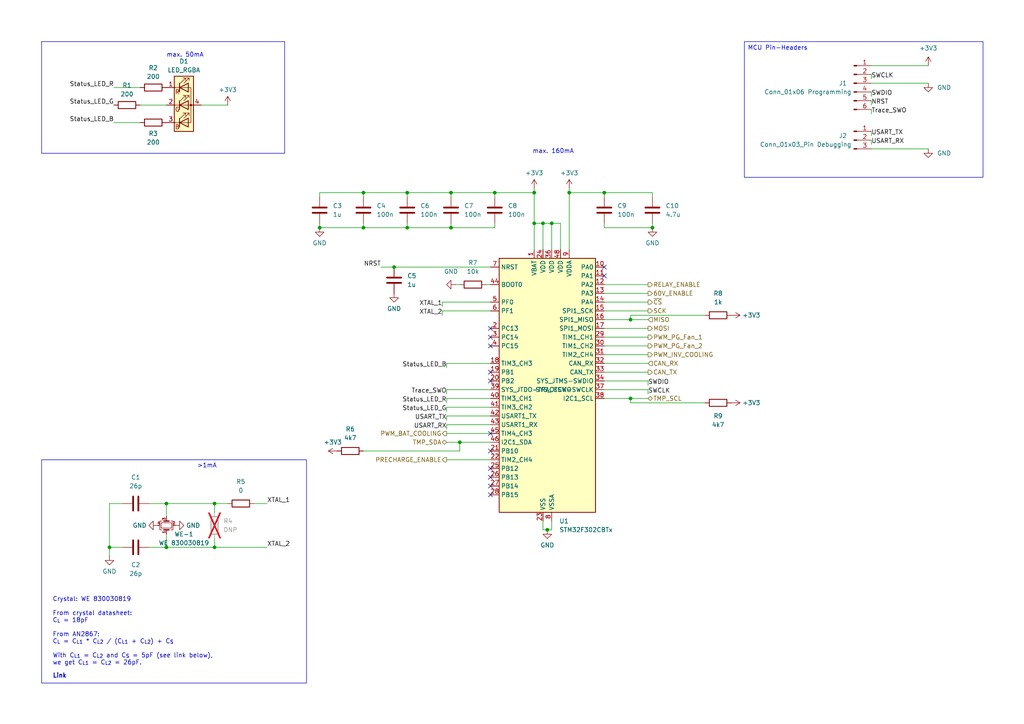
<source format=kicad_sch>
(kicad_sch (version 20231120) (generator "eeschema") (generator_version "8.0")
  (paper "A4")
  (lib_symbols
    (symbol "Connector:Conn_01x03_Pin" (pin_names (offset 1.016) hide)
      (property "Reference" "J" (at 0 5.08 0))
      (property "Value" "Conn_01x03_Pin" (at 0 -5.08 0))
      (symbol "Conn_01x03_Pin_1_1"
        (polyline (pts (xy 1.27 -2.54) (xy 0.8636 -2.54)) (stroke (width 0.1524)))
        (polyline (pts (xy 1.27 0) (xy 0.8636 0)) (stroke (width 0.1524)))
        (polyline (pts (xy 1.27 2.54) (xy 0.8636 2.54)) (stroke (width 0.1524)))
        (rectangle (start 0.8636 -2.413) (end 0 -2.667) (stroke (width 0.1524)) (fill (type outline)))
        (rectangle (start 0.8636 0.127) (end 0 -0.127) (stroke (width 0.1524)) (fill (type outline)))
        (rectangle (start 0.8636 2.667) (end 0 2.413) (stroke (width 0.1524)) (fill (type outline)))
        (pin passive line (at 5.08 2.54 180) (length 3.81) (name "Pin_1") (number "1"))
        (pin passive line (at 5.08 0 180) (length 3.81) (name "Pin_2") (number "2"))
        (pin passive line (at 5.08 -2.54 180) (length 3.81) (name "Pin_3") (number "3"))
      )
    )
    (symbol "Connector:Conn_01x06_Pin" (pin_names (offset 1.016) hide)
      (property "Reference" "J" (at 0 7.62 0))
      (property "Value" "Conn_01x06_Pin" (at 0 -10.16 0))
      (symbol "Conn_01x06_Pin_1_1"
        (polyline (pts (xy 1.27 -7.62) (xy 0.8636 -7.62)) (stroke (width 0.1524)))
        (polyline (pts (xy 1.27 -5.08) (xy 0.8636 -5.08)) (stroke (width 0.1524)))
        (polyline (pts (xy 1.27 -2.54) (xy 0.8636 -2.54)) (stroke (width 0.1524)))
        (polyline (pts (xy 1.27 0) (xy 0.8636 0)) (stroke (width 0.1524)))
        (polyline (pts (xy 1.27 2.54) (xy 0.8636 2.54)) (stroke (width 0.1524)))
        (polyline (pts (xy 1.27 5.08) (xy 0.8636 5.08)) (stroke (width 0.1524)))
        (rectangle (start 0.8636 -7.493) (end 0 -7.747) (stroke (width 0.1524)) (fill (type outline)))
        (rectangle (start 0.8636 -4.953) (end 0 -5.207) (stroke (width 0.1524)) (fill (type outline)))
        (rectangle (start 0.8636 -2.413) (end 0 -2.667) (stroke (width 0.1524)) (fill (type outline)))
        (rectangle (start 0.8636 0.127) (end 0 -0.127) (stroke (width 0.1524)) (fill (type outline)))
        (rectangle (start 0.8636 2.667) (end 0 2.413) (stroke (width 0.1524)) (fill (type outline)))
        (rectangle (start 0.8636 5.207) (end 0 4.953) (stroke (width 0.1524)) (fill (type outline)))
        (pin passive line (at 5.08 5.08 180) (length 3.81) (name "Pin_1") (number "1"))
        (pin passive line (at 5.08 2.54 180) (length 3.81) (name "Pin_2") (number "2"))
        (pin passive line (at 5.08 0 180) (length 3.81) (name "Pin_3") (number "3"))
        (pin passive line (at 5.08 -2.54 180) (length 3.81) (name "Pin_4") (number "4"))
        (pin passive line (at 5.08 -5.08 180) (length 3.81) (name "Pin_5") (number "5"))
        (pin passive line (at 5.08 -7.62 180) (length 3.81) (name "Pin_6") (number "6"))
      )
    )
    (symbol "Device:C" (pin_numbers hide) (pin_names (offset 0.254))
      (property "Reference" "C" (at 0.635 2.54 0))
      (property "Value" "C" (at 0.635 -2.54 0))
      (symbol "C_0_1"
        (polyline (pts (xy -2.032 -0.762) (xy 2.032 -0.762)) (stroke (width 0.508)))
        (polyline (pts (xy -2.032 0.762) (xy 2.032 0.762)) (stroke (width 0.508)))
      )
      (symbol "C_1_1"
        (pin passive line (at 0 3.81 270) (length 2.794) (name "~") (number "1"))
        (pin passive line (at 0 -3.81 90) (length 2.794) (name "~") (number "2"))
      )
    )
    (symbol "Device:Crystal_GND24_Small" (pin_names (offset 1.016) hide)
      (property "Reference" "Y" (at 1.27 4.445 0))
      (property "Value" "Crystal_GND24_Small" (at 1.27 2.54 0))
      (symbol "Crystal_GND24_Small_0_1"
        (rectangle (start -0.762 -1.524) (end 0.762 1.524))
        (polyline (pts (xy -1.27 -0.762) (xy -1.27 0.762)) (stroke (width 0.381)))
        (polyline (pts (xy 1.27 -0.762) (xy 1.27 0.762)) (stroke (width 0.381)))
        (polyline (pts (xy -1.27 -1.27) (xy -1.27 -1.905) (xy 1.27 -1.905) (xy 1.27 -1.27)))
        (polyline (pts (xy -1.27 1.27) (xy -1.27 1.905) (xy 1.27 1.905) (xy 1.27 1.27)))
      )
      (symbol "Crystal_GND24_Small_1_1"
        (pin passive line (at -2.54 0 0) (length 1.27) (name "1") (number "1"))
        (pin passive line (at 0 -2.54 90) (length 0.635) (name "2") (number "2"))
        (pin passive line (at 2.54 0 180) (length 1.27) (name "3") (number "3"))
        (pin passive line (at 0 2.54 270) (length 0.635) (name "4") (number "4"))
      )
    )
    (symbol "Device:LED_RGBA" (pin_names (offset 0) hide)
      (property "Reference" "D" (at 0 9.398 0))
      (property "Value" "LED_RGBA" (at 0 -8.89 0))
      (symbol "LED_RGBA_0_0"
        (text "B" (at -1.905 -6.35 0) (effects (font (size 1.27 1.27))))
        (text "G" (at -1.905 -1.27 0) (effects (font (size 1.27 1.27))))
        (text "R" (at -1.905 3.81 0) (effects (font (size 1.27 1.27))))
      )
      (symbol "LED_RGBA_0_1"
        (polyline (pts (xy -1.27 -5.08) (xy -2.54 -5.08)))
        (polyline (pts (xy -1.27 -5.08) (xy 1.27 -5.08)))
        (polyline (pts (xy -1.27 -3.81) (xy -1.27 -6.35)) (stroke (width 0.254)))
        (polyline (pts (xy -1.27 0) (xy -2.54 0)))
        (polyline (pts (xy -1.27 1.27) (xy -1.27 -1.27)) (stroke (width 0.254)))
        (polyline (pts (xy -1.27 5.08) (xy -2.54 5.08)))
        (polyline (pts (xy -1.27 5.08) (xy 1.27 5.08)))
        (polyline (pts (xy -1.27 6.35) (xy -1.27 3.81)) (stroke (width 0.254)))
        (polyline (pts (xy 1.27 0) (xy -1.27 0)))
        (polyline (pts (xy 1.27 0) (xy 2.54 0)))
        (polyline (pts (xy -1.27 1.27) (xy -1.27 -1.27) (xy -1.27 -1.27)))
        (polyline (pts (xy -1.27 6.35) (xy -1.27 3.81) (xy -1.27 3.81)))
        (polyline (pts (xy 1.27 -5.08) (xy 2.032 -5.08) (xy 2.032 5.08) (xy 1.27 5.08)))
        (polyline (pts (xy 1.27 -3.81) (xy 1.27 -6.35) (xy -1.27 -5.08) (xy 1.27 -3.81)) (stroke (width 0.254)))
        (polyline (pts (xy 1.27 1.27) (xy 1.27 -1.27) (xy -1.27 0) (xy 1.27 1.27)) (stroke (width 0.254)))
        (polyline (pts (xy 1.27 6.35) (xy 1.27 3.81) (xy -1.27 5.08) (xy 1.27 6.35)) (stroke (width 0.254)))
        (polyline (pts (xy -1.016 -3.81) (xy 0.508 -2.286) (xy -0.254 -2.286) (xy 0.508 -2.286) (xy 0.508 -3.048)))
        (polyline (pts (xy -1.016 1.27) (xy 0.508 2.794) (xy -0.254 2.794) (xy 0.508 2.794) (xy 0.508 2.032)))
        (polyline (pts (xy -1.016 6.35) (xy 0.508 7.874) (xy -0.254 7.874) (xy 0.508 7.874) (xy 0.508 7.112)))
        (polyline (pts (xy 0 -3.81) (xy 1.524 -2.286) (xy 0.762 -2.286) (xy 1.524 -2.286) (xy 1.524 -3.048)))
        (polyline (pts (xy 0 1.27) (xy 1.524 2.794) (xy 0.762 2.794) (xy 1.524 2.794) (xy 1.524 2.032)))
        (polyline (pts (xy 0 6.35) (xy 1.524 7.874) (xy 0.762 7.874) (xy 1.524 7.874) (xy 1.524 7.112)))
        (rectangle (start 1.27 -1.27) (end 1.27 1.27))
        (rectangle (start 1.27 1.27) (end 1.27 1.27))
        (rectangle (start 1.27 3.81) (end 1.27 6.35))
        (rectangle (start 1.27 6.35) (end 1.27 6.35))
        (circle (center 2.032 0) (radius 0.254) (fill (type outline)))
        (rectangle (start 2.794 8.382) (end -2.794 -7.62) (stroke (width 0.254)) (fill (type background)))
      )
      (symbol "LED_RGBA_1_1"
        (pin passive line (at -5.08 5.08 0) (length 2.54) (name "RK") (number "1"))
        (pin passive line (at -5.08 0 0) (length 2.54) (name "GK") (number "2"))
        (pin passive line (at -5.08 -5.08 0) (length 2.54) (name "BK") (number "3"))
        (pin passive line (at 5.08 0 180) (length 2.54) (name "A") (number "4"))
      )
    )
    (symbol "Device:R" (pin_numbers hide) (pin_names (offset 0))
      (property "Reference" "R" (at 2.032 0 90))
      (property "Value" "R" (at 0 0 90))
      (symbol "R_0_1"
        (rectangle (start -1.016 -2.54) (end 1.016 2.54) (stroke (width 0.254)))
      )
      (symbol "R_1_1"
        (pin passive line (at 0 3.81 270) (length 1.27) (name "~") (number "1"))
        (pin passive line (at 0 -3.81 90) (length 1.27) (name "~") (number "2"))
      )
    )
    (symbol "STM32F302CBTx_1"
      (property "Reference" "U" (at -12.7 39.37 0))
      (property "Value" "STM32F302CBTx" (at 10.16 39.37 0))
      (symbol "STM32F302CBTx_1_0_1"
        (rectangle (start -12.7 -35.56) (end 15.24 38.1) (stroke (width 0.254)) (fill (type background)))
      )
      (symbol "STM32F302CBTx_1_1_1"
        (pin power_in line (at -2.54 40.64 270) (length 2.54) (name "VBAT") (number "1"))
        (pin bidirectional line (at 17.78 35.56 180) (length 2.54) (name "PA0") (number "10") (alternate "" input line))
        (pin bidirectional line (at 17.78 33.02 180) (length 2.54) (name "PA1") (number "11"))
        (pin bidirectional line (at 17.78 30.48 180) (length 2.54) (name "PA2") (number "12") (alternate "" input line) (alternate "" input line))
        (pin bidirectional line (at 17.78 27.94 180) (length 2.54) (name "PA3") (number "13") (alternate "" input line) (alternate "" input line) (alternate "TIM2_CH4" bidirectional line))
        (pin bidirectional line (at 17.78 25.4 180) (length 2.54) (name "PA4") (number "14") (alternate "" input line) (alternate "" input line) (alternate "TIM3_CH2" bidirectional line))
        (pin bidirectional line (at 17.78 22.86 180) (length 2.54) (name "PA5") (number "15") (alternate "SPI1_SCK" bidirectional line))
        (pin bidirectional line (at 17.78 20.32 180) (length 2.54) (name "PA6") (number "16") (alternate "SPI1_MISO" bidirectional line) (alternate "TIM3_CH1" bidirectional line))
        (pin bidirectional line (at 17.78 17.78 180) (length 2.54) (name "PA7") (number "17") (alternate "SPI1_MOSI" bidirectional line) (alternate "TIM3_CH2" bidirectional line))
        (pin bidirectional line (at -15.24 7.62 0) (length 2.54) (name "PB0") (number "18") (alternate "" input line) (alternate "TIM3_CH3" bidirectional line))
        (pin bidirectional line (at -15.24 5.08 0) (length 2.54) (name "PB1") (number "19") (alternate "" input line) (alternate "" input line))
        (pin bidirectional line (at -15.24 17.78 0) (length 2.54) (name "PC13") (number "2"))
        (pin bidirectional line (at -15.24 2.54 0) (length 2.54) (name "PB2") (number "20"))
        (pin bidirectional line (at -15.24 -17.78 0) (length 2.54) (name "PB10") (number "21"))
        (pin bidirectional line (at -15.24 -20.32 0) (length 2.54) (name "PB11") (number "22") (alternate "TIM2_CH4" bidirectional line))
        (pin power_in line (at 0 -38.1 90) (length 2.54) (name "VSS") (number "23"))
        (pin power_in line (at 0 40.64 270) (length 2.54) (name "VDD") (number "24"))
        (pin bidirectional line (at -15.24 -22.86 0) (length 2.54) (name "PB12") (number "25"))
        (pin bidirectional line (at -15.24 -25.4 0) (length 2.54) (name "PB13") (number "26"))
        (pin bidirectional line (at -15.24 -27.94 0) (length 2.54) (name "PB14") (number "27"))
        (pin bidirectional line (at -15.24 -30.48 0) (length 2.54) (name "PB15") (number "28") (alternate "" input line) (alternate "" input line))
        (pin bidirectional line (at 17.78 15.24 180) (length 2.54) (name "PA8") (number "29") (alternate "TIM1_CH1" bidirectional line))
        (pin bidirectional line (at -15.24 15.24 0) (length 2.54) (name "PC14") (number "3"))
        (pin bidirectional line (at 17.78 12.7 180) (length 2.54) (name "PA9") (number "30") (alternate "TIM1_CH2" bidirectional line) (alternate "USART1_TX" bidirectional line))
        (pin bidirectional line (at 17.78 10.16 180) (length 2.54) (name "PA10") (number "31") (alternate "TIM2_CH4" bidirectional line) (alternate "USART1_RX" bidirectional line))
        (pin bidirectional line (at 17.78 7.62 180) (length 2.54) (name "PA11") (number "32") (alternate "CAN_RX" bidirectional line))
        (pin bidirectional line (at 17.78 5.08 180) (length 2.54) (name "PA12") (number "33") (alternate "CAN_TX" bidirectional line))
        (pin bidirectional line (at 17.78 2.54 180) (length 2.54) (name "PA13") (number "34") (alternate "SYS_JTMS-SWDIO" bidirectional line) (alternate "TIM4_CH3" bidirectional line))
        (pin passive line (at 0 -38.1 90) (length 2.54) hide (name "VSS") (number "35"))
        (pin power_in line (at 2.54 40.64 270) (length 2.54) (name "VDD") (number "36"))
        (pin bidirectional line (at 17.78 0 180) (length 2.54) (name "PA14") (number "37") (alternate "I2C1_SDA" bidirectional line) (alternate "SYS_JTCK-SWCLK" bidirectional line))
        (pin bidirectional line (at 17.78 -2.54 180) (length 2.54) (name "PA15") (number "38") (alternate "I2C1_SCL" bidirectional line))
        (pin bidirectional line (at -15.24 0 0) (length 2.54) (name "PB3") (number "39") (alternate "SPI1_SCK" bidirectional line) (alternate "SYS_JTDO-TRACESWO" bidirectional line))
        (pin bidirectional line (at -15.24 12.7 0) (length 2.54) (name "PC15") (number "4"))
        (pin bidirectional line (at -15.24 -2.54 0) (length 2.54) (name "PB4") (number "40") (alternate "SPI1_MISO" bidirectional line) (alternate "TIM3_CH1" bidirectional line))
        (pin bidirectional line (at -15.24 -5.08 0) (length 2.54) (name "PB5") (number "41") (alternate "SPI1_MOSI" bidirectional line) (alternate "TIM3_CH2" bidirectional line))
        (pin bidirectional line (at -15.24 -7.62 0) (length 2.54) (name "PB6") (number "42") (alternate "I2C1_SCL" bidirectional line) (alternate "USART1_TX" bidirectional line))
        (pin bidirectional line (at -15.24 -10.16 0) (length 2.54) (name "PB7") (number "43") (alternate "I2C1_SDA" bidirectional line) (alternate "USART1_RX" bidirectional line))
        (pin input line (at -15.24 30.48 0) (length 2.54) (name "BOOT0") (number "44"))
        (pin bidirectional line (at -15.24 -12.7 0) (length 2.54) (name "PB8") (number "45") (alternate "CAN_RX" bidirectional line) (alternate "I2C1_SCL" bidirectional line) (alternate "TIM4_CH3" bidirectional line))
        (pin bidirectional line (at -15.24 -15.24 0) (length 2.54) (name "PB9") (number "46") (alternate "CAN_TX" bidirectional line) (alternate "I2C1_SDA" bidirectional line))
        (pin passive line (at 0 -38.1 90) (length 2.54) hide (name "VSS") (number "47"))
        (pin power_in line (at 5.08 40.64 270) (length 2.54) (name "VDD") (number "48"))
        (pin bidirectional line (at -15.24 25.4 0) (length 2.54) (name "PF0") (number "5"))
        (pin bidirectional line (at -15.24 22.86 0) (length 2.54) (name "PF1") (number "6"))
        (pin input line (at -15.24 35.56 0) (length 2.54) (name "NRST") (number "7"))
        (pin power_in line (at 2.54 -38.1 90) (length 2.54) (name "VSSA") (number "8"))
        (pin power_in line (at 7.62 40.64 270) (length 2.54) (name "VDDA") (number "9"))
      )
    )
    (symbol "power:+3V3" (power) (pin_numbers hide) (pin_names (offset 0) hide)
      (property "Value" "+3V3" (at 0 3.556 0))
      (symbol "+3V3_0_1"
        (polyline (pts (xy -0.762 1.27) (xy 0 2.54)))
        (polyline (pts (xy 0 0) (xy 0 2.54)))
        (polyline (pts (xy 0 2.54) (xy 0.762 1.27)))
      )
      (symbol "+3V3_1_1"
        (pin power_in line (at 0 0 90) (length 0) (name "~") (number "1"))
      )
    )
    (symbol "power:GND" (power) (pin_numbers hide) (pin_names (offset 0) hide)
      (property "Value" "GND" (at 0 -3.81 0))
      (symbol "GND_0_1"
        (polyline (pts (xy 0 0) (xy 0 -1.27) (xy 1.27 -1.27) (xy 0 -2.54) (xy -1.27 -1.27) (xy 0 -1.27)))
      )
      (symbol "GND_1_1"
        (pin power_in line (at 0 0 270) (length 0) (name "~") (number "1"))
      )
    )
  )
  (junction (at 154.94 64.77))
  (junction (at 143.51 55.88))
  (junction (at 157.48 64.77))
  (junction (at 189.23 66.04))
  (junction (at 182.88 115.57))
  (junction (at 62.23 158.75))
  (junction (at 130.81 66.04))
  (junction (at 114.3 77.47))
  (junction (at 48.26 158.75))
  (junction (at 158.75 153.67))
  (junction (at 48.26 146.05))
  (junction (at 105.41 66.04))
  (junction (at 92.71 66.04))
  (junction (at 182.88 92.71))
  (junction (at 165.1 55.88))
  (junction (at 175.26 55.88))
  (junction (at 118.11 66.04))
  (junction (at 62.23 146.05))
  (junction (at 105.41 55.88))
  (junction (at 133.35 128.27))
  (junction (at 130.81 55.88))
  (junction (at 118.11 55.88))
  (junction (at 31.75 158.75))
  (junction (at 154.94 55.88))
  (junction (at 160.02 64.77))
  (no_connect (at 142.24 100.33))
  (no_connect (at 175.26 80.01))
  (no_connect (at 142.24 97.79))
  (no_connect (at 142.24 107.95))
  (no_connect (at 175.26 77.47))
  (no_connect (at 142.24 138.43))
  (no_connect (at 142.24 135.89))
  (no_connect (at 142.24 125.73))
  (no_connect (at 142.24 143.51))
  (no_connect (at 142.24 130.81))
  (no_connect (at 142.24 95.25))
  (no_connect (at 142.24 140.97))
  (no_connect (at 142.24 110.49))
  (wire (pts (xy 154.94 54.61) (xy 154.94 55.88)))
  (wire (pts (xy 129.54 118.11) (xy 129.54 119.38)))
  (wire (pts (xy 252.73 30.48) (xy 252.73 29.21)))
  (wire (pts (xy 154.94 55.88) (xy 154.94 64.77)))
  (wire (pts (xy 92.71 55.88) (xy 92.71 57.15)))
  (wire (pts (xy 128.27 87.63) (xy 128.27 88.9)))
  (wire (pts (xy 48.26 146.05) (xy 62.23 146.05)))
  (wire (pts (xy 252.73 22.86) (xy 252.73 21.59)))
  (wire (pts (xy 129.54 106.68) (xy 129.54 105.41)))
  (wire (pts (xy 43.18 158.75) (xy 48.26 158.75)))
  (wire (pts (xy 130.81 55.88) (xy 130.81 57.15)))
  (wire (pts (xy 187.96 87.63) (xy 175.26 87.63)))
  (wire (pts (xy 182.88 92.71) (xy 187.96 92.71)))
  (wire (pts (xy 58.42 30.48) (xy 66.04 30.48)))
  (wire (pts (xy 182.88 115.57) (xy 187.96 115.57)))
  (wire (pts (xy 175.26 64.77) (xy 175.26 66.04)))
  (wire (pts (xy 140.97 82.55) (xy 142.24 82.55)))
  (polyline (pts (xy 12.065 12.065) (xy 12.065 44.45)))
  (wire (pts (xy 158.75 153.67) (xy 160.02 153.67)))
  (wire (pts (xy 154.94 72.39) (xy 154.94 64.77)))
  (wire (pts (xy 182.88 115.57) (xy 182.88 116.84)))
  (wire (pts (xy 92.71 66.04) (xy 92.71 64.77)))
  (wire (pts (xy 175.26 85.09) (xy 187.96 85.09)))
  (wire (pts (xy 160.02 64.77) (xy 160.02 72.39)))
  (wire (pts (xy 129.54 105.41) (xy 142.24 105.41)))
  (wire (pts (xy 128.27 90.17) (xy 142.24 90.17)))
  (wire (pts (xy 118.11 55.88) (xy 118.11 57.15)))
  (wire (pts (xy 252.73 39.37) (xy 252.73 38.1)))
  (wire (pts (xy 31.75 146.05) (xy 35.56 146.05)))
  (wire (pts (xy 129.54 121.92) (xy 129.54 120.65)))
  (wire (pts (xy 129.54 120.65) (xy 142.24 120.65)))
  (wire (pts (xy 31.75 161.29) (xy 31.75 158.75)))
  (wire (pts (xy 73.66 146.05) (xy 77.47 146.05)))
  (wire (pts (xy 129.54 115.57) (xy 142.24 115.57)))
  (wire (pts (xy 110.49 77.47) (xy 114.3 77.47)))
  (wire (pts (xy 175.26 105.41) (xy 187.96 105.41)))
  (wire (pts (xy 105.41 66.04) (xy 92.71 66.04)))
  (polyline (pts (xy 12.065 44.45) (xy 82.55 44.45)))
  (wire (pts (xy 129.54 133.35) (xy 142.24 133.35)))
  (polyline (pts (xy 82.55 44.45) (xy 82.55 12.065)))
  (wire (pts (xy 133.35 128.27) (xy 142.24 128.27)))
  (wire (pts (xy 128.27 90.17) (xy 128.27 91.44)))
  (wire (pts (xy 252.73 33.02) (xy 252.73 31.75)))
  (wire (pts (xy 130.81 64.77) (xy 130.81 66.04)))
  (wire (pts (xy 175.26 100.33) (xy 187.96 100.33)))
  (wire (pts (xy 187.96 90.17) (xy 175.26 90.17)))
  (wire (pts (xy 118.11 55.88) (xy 105.41 55.88)))
  (wire (pts (xy 182.88 116.84) (xy 204.47 116.84)))
  (wire (pts (xy 157.48 153.67) (xy 158.75 153.67)))
  (wire (pts (xy 118.11 66.04) (xy 130.81 66.04)))
  (wire (pts (xy 175.26 97.79) (xy 187.96 97.79)))
  (wire (pts (xy 105.41 130.81) (xy 133.35 130.81)))
  (wire (pts (xy 129.54 124.46) (xy 129.54 123.19)))
  (wire (pts (xy 182.88 91.44) (xy 182.88 92.71)))
  (wire (pts (xy 269.24 43.18) (xy 252.73 43.18)))
  (wire (pts (xy 187.96 111.76) (xy 187.96 110.49)))
  (wire (pts (xy 143.51 55.88) (xy 154.94 55.88)))
  (wire (pts (xy 48.26 146.05) (xy 48.26 149.86)))
  (wire (pts (xy 252.73 27.94) (xy 252.73 26.67)))
  (wire (pts (xy 31.75 158.75) (xy 31.75 146.05)))
  (wire (pts (xy 133.35 130.81) (xy 133.35 128.27)))
  (wire (pts (xy 33.02 35.56) (xy 40.64 35.56)))
  (wire (pts (xy 62.23 156.21) (xy 62.23 158.75)))
  (wire (pts (xy 175.26 55.88) (xy 175.26 57.15)))
  (wire (pts (xy 175.26 115.57) (xy 182.88 115.57)))
  (wire (pts (xy 165.1 55.88) (xy 165.1 72.39)))
  (wire (pts (xy 62.23 158.75) (xy 77.47 158.75)))
  (wire (pts (xy 160.02 153.67) (xy 160.02 151.13)))
  (wire (pts (xy 128.27 87.63) (xy 142.24 87.63)))
  (wire (pts (xy 175.26 55.88) (xy 189.23 55.88)))
  (wire (pts (xy 143.51 55.88) (xy 143.51 57.15)))
  (wire (pts (xy 40.64 30.48) (xy 48.26 30.48)))
  (wire (pts (xy 143.51 55.88) (xy 130.81 55.88)))
  (polyline (pts (xy 12.065 12.065) (xy 82.55 12.065)))
  (wire (pts (xy 187.96 114.3) (xy 187.96 113.03)))
  (wire (pts (xy 154.94 64.77) (xy 157.48 64.77)))
  (wire (pts (xy 105.41 55.88) (xy 105.41 57.15)))
  (wire (pts (xy 157.48 151.13) (xy 157.48 153.67)))
  (wire (pts (xy 118.11 64.77) (xy 118.11 66.04)))
  (wire (pts (xy 129.54 113.03) (xy 142.24 113.03)))
  (wire (pts (xy 187.96 113.03) (xy 175.26 113.03)))
  (wire (pts (xy 162.56 72.39) (xy 162.56 64.77)))
  (wire (pts (xy 175.26 92.71) (xy 182.88 92.71)))
  (wire (pts (xy 129.54 118.11) (xy 142.24 118.11)))
  (wire (pts (xy 129.54 115.57) (xy 129.54 116.84)))
  (wire (pts (xy 252.73 19.05) (xy 269.24 19.05)))
  (wire (pts (xy 129.54 113.03) (xy 129.54 114.3)))
  (wire (pts (xy 160.02 64.77) (xy 162.56 64.77)))
  (wire (pts (xy 157.48 72.39) (xy 157.48 64.77)))
  (wire (pts (xy 165.1 55.88) (xy 165.1 54.61)))
  (wire (pts (xy 252.73 41.91) (xy 252.73 40.64)))
  (wire (pts (xy 165.1 55.88) (xy 175.26 55.88)))
  (wire (pts (xy 62.23 146.05) (xy 66.04 146.05)))
  (wire (pts (xy 132.08 82.55) (xy 133.35 82.55)))
  (wire (pts (xy 129.54 123.19) (xy 142.24 123.19)))
  (wire (pts (xy 118.11 66.04) (xy 105.41 66.04)))
  (wire (pts (xy 252.73 24.13) (xy 269.24 24.13)))
  (wire (pts (xy 130.81 66.04) (xy 143.51 66.04)))
  (wire (pts (xy 105.41 55.88) (xy 92.71 55.88)))
  (wire (pts (xy 189.23 64.77) (xy 189.23 66.04)))
  (wire (pts (xy 129.54 128.27) (xy 133.35 128.27)))
  (wire (pts (xy 114.3 77.47) (xy 142.24 77.47)))
  (wire (pts (xy 175.26 66.04) (xy 189.23 66.04)))
  (wire (pts (xy 43.18 146.05) (xy 48.26 146.05)))
  (wire (pts (xy 187.96 110.49) (xy 175.26 110.49)))
  (wire (pts (xy 175.26 82.55) (xy 187.96 82.55)))
  (wire (pts (xy 129.54 125.73) (xy 142.24 125.73)))
  (wire (pts (xy 105.41 64.77) (xy 105.41 66.04)))
  (wire (pts (xy 33.02 25.4) (xy 40.64 25.4)))
  (wire (pts (xy 182.88 91.44) (xy 204.47 91.44)))
  (wire (pts (xy 31.75 158.75) (xy 35.56 158.75)))
  (wire (pts (xy 189.23 57.15) (xy 189.23 55.88)))
  (wire (pts (xy 48.26 158.75) (xy 62.23 158.75)))
  (wire (pts (xy 187.96 95.25) (xy 175.26 95.25)))
  (wire (pts (xy 48.26 154.94) (xy 48.26 158.75)))
  (wire (pts (xy 175.26 107.95) (xy 187.96 107.95)))
  (wire (pts (xy 130.81 55.88) (xy 118.11 55.88)))
  (wire (pts (xy 143.51 66.04) (xy 143.51 64.77)))
  (wire (pts (xy 175.26 102.87) (xy 187.96 102.87)))
  (wire (pts (xy 157.48 64.77) (xy 160.02 64.77)))
  (wire (pts (xy 62.23 146.05) (xy 62.23 148.59)))
  (rectangle (start 12.065 133.35) (end 88.9 198.12))
  (text_box "MCU Pin-Headers" (at 215.9 12.065 0) (size 69.215 39.37) (effects (font (size 1.27 1.27)) (justify left top)))
  (text ">1mA" (at 57.15 135.89 0) (effects (font (size 1.27 1.27)) (justify left bottom)))
  (text "Link" (at 15.24 196.85 0) (effects (font (size 1.27 1.27) (bold yes)) (justify left bottom)))
  (text "max. 160mA" (at 154.432 44.704 0) (effects (font (size 1.27 1.27)) (justify left bottom)))
  (text "Crystal: WE 830030819\n\nFrom crystal datasheet:\nC_{L} = 18pF\n\nFrom AN2867:\nC_{L} = C_{L1} * C_{L2} / (C_{L1} + C_{L2}) + C_{S}\n\nWith C_{L1} = C_{L2} and C_{S} = 5pF (see link below),\nwe get C_{L1} = C_{L2} = 26pF." (at 15.24 193.04 0) (effects (font (size 1.27 1.27)) (justify left bottom)))
  (text "max. 50mA" (at 48.26 16.764 0) (effects (font (size 1.27 1.27)) (justify left bottom)))
  (label "USART_TX" (at 129.54 121.92 180))
  (label "NRST" (at 252.73 30.48 0))
  (label "XTAL_1" (at 128.27 88.9 180))
  (label "Status_LED_G" (at 33.02 30.48 180))
  (label "Status_LED_R" (at 33.02 25.4 180))
  (label "NRST" (at 110.49 77.47 180))
  (label "Status_LED_R" (at 129.54 116.84 180))
  (label "SWCLK" (at 187.96 114.3 0))
  (label "SWDIO" (at 187.96 111.76 0))
  (label "Trace_SWO" (at 129.54 114.3 180))
  (label "USART_RX" (at 129.54 124.46 180))
  (label "USART_TX" (at 252.73 39.37 0))
  (label "Trace_SWO" (at 252.73 33.02 0))
  (label "SWDIO" (at 252.73 27.94 0))
  (label "XTAL_1" (at 77.47 146.05 0))
  (label "XTAL_2" (at 77.47 158.75 0))
  (label "USART_RX" (at 252.73 41.91 0))
  (label "SWCLK" (at 252.73 22.86 0))
  (label "Status_LED_B" (at 129.54 106.68 180))
  (label "Status_LED_B" (at 33.02 35.56 180))
  (label "XTAL_2" (at 128.27 91.44 180))
  (label "Status_LED_G" (at 129.54 119.38 180))
  (hierarchical_label "MOSI" (shape output) (at 187.96 95.25 0))
  (hierarchical_label "PWM_PG_Fan_1" (shape output) (at 187.96 97.79 0))
  (hierarchical_label "SCK" (shape output) (at 187.96 90.17 0))
  (hierarchical_label "60V_ENABLE" (shape output) (at 187.96 85.09 0))
  (hierarchical_label "CAN_RX" (shape input) (at 187.96 105.41 0))
  (hierarchical_label "CAN_TX" (shape output) (at 187.96 107.95 0))
  (hierarchical_label "PWM_BAT_COOLING" (shape output) (at 129.54 125.73 180))
  (hierarchical_label "PWM_PG_Fan_2" (shape output) (at 187.96 100.33 0))
  (hierarchical_label "PRECHARGE_ENABLE" (shape output) (at 129.54 133.35 180))
  (hierarchical_label "MISO" (shape input) (at 187.96 92.71 0))
  (hierarchical_label "TMP_SDA" (shape bidirectional) (at 129.54 128.27 180))
  (hierarchical_label "RELAY_ENABLE" (shape output) (at 187.96 82.55 0))
  (hierarchical_label "PWM_INV_COOLING" (shape output) (at 187.96 102.87 0))
  (hierarchical_label "TMP_SCL" (shape bidirectional) (at 187.96 115.57 0))
  (hierarchical_label "~{CS}" (shape output) (at 187.96 87.63 0))
  (symbol (lib_id "power:GND") (at 132.08 82.55 270) (unit 1)
    (property "Reference" "#PWR08" (effects (hide yes)))
    (property "Value" "GND" (at 130.81 78.74 90))
    (property "Description" "Power symbol creates a global label with name \"GND\" , ground" (effects (hide yes)))
  )
  (symbol (lib_id "Device:R") (at 62.23 152.4 0) (unit 1) (dnp yes)
    (property "Reference" "R4" (at 64.77 151.13 0) (effects (justify left)))
    (property "Value" "DNP" (at 64.77 153.67 0) (effects (justify left)))
    (property "Footprint" "Resistor_SMD:R_0603_1608Metric" (effects (hide yes)))
    (property "Description" "Resistor" (effects (hide yes)))
    (instances (project "MVBMS_FT24" (path "" (reference "R4") (unit 1))) (project "Master_FT22" (path "" (reference "R1007") (unit 1))))
  )
  (symbol (lib_id "power:+3V3") (at 212.09 116.84 270) (unit 1)
    (property "Reference" "#PWR014" (effects (hide yes)))
    (property "Value" "+3V3" (at 215.265 116.8399 90) (effects (justify left)))
    (property "Description" "Power symbol creates a global label with name \"+3V3\"" (effects (hide yes)))
  )
  (symbol (lib_id "Device:C") (at 105.41 60.96 0) (unit 1)
    (property "Reference" "C4" (at 109.22 59.69 0) (effects (justify left)))
    (property "Value" "100n" (at 109.22 62.23 0) (effects (justify left)))
    (property "Footprint" "Capacitor_SMD:C_0603_1608Metric" (effects (hide yes)))
    (property "Description" "Unpolarized capacitor" (effects (hide yes)))
    (instances (project "MVBMS_FT24" (path "" (reference "C4") (unit 1))) (project "Master_FT22" (path "" (reference "C1005") (unit 1))))
  )
  (symbol (lib_id "Device:R") (at 208.28 91.44 270) (unit 1)
    (property "Reference" "R8" (at 208.28 85.09 90))
    (property "Value" "1k" (at 208.28 87.63 90))
    (property "Footprint" "Resistor_SMD:R_0603_1608Metric" (effects (hide yes)))
    (property "Description" "Resistor" (effects (hide yes)))
  )
  (symbol (lib_id "Device:R") (at 44.45 25.4 90) (unit 1)
    (property "Reference" "R2" (at 44.45 19.685 90))
    (property "Value" "200" (at 44.45 22.225 90))
    (property "Footprint" "Resistor_SMD:R_0603_1608Metric" (effects (hide yes)))
    (property "Description" "Resistor" (effects (hide yes)))
  )
  (symbol (lib_id "power:GND") (at 269.24 43.18 0) (mirror y) (unit 1)
    (property "Reference" "#PWR017" (effects (hide yes)))
    (property "Value" "GND" (at 271.78 44.45 0) (effects (justify right)))
    (property "Description" "Power symbol creates a global label with name \"GND\" , ground" (effects (hide yes)))
    (instances (project "MVBMS_FT24" (path "" (reference "#PWR017") (unit 1))) (project "Master_FT22" (path "" (reference "#PWR01006") (unit 1))))
  )
  (symbol (lib_id "power:GND") (at 50.8 152.4 90) (unit 1)
    (property "Reference" "#PWR03" (effects (hide yes)))
    (property "Value" "GND" (at 53.975 152.4 90) (effects (justify right)))
    (property "Description" "Power symbol creates a global label with name \"GND\" , ground" (effects (hide yes)))
  )
  (symbol (lib_id "power:+3V3") (at 165.1 54.61 0) (unit 1)
    (property "Reference" "#PWR011" (effects (hide yes)))
    (property "Value" "+3V3" (at 165.1 50.165 0))
    (property "Description" "Power symbol creates a global label with name \"+3V3\"" (effects (hide yes)))
  )
  (symbol (lib_id "Device:C") (at 39.37 146.05 90) (unit 1)
    (property "Reference" "C1" (at 39.37 138.43 90))
    (property "Value" "26p" (at 39.37 140.97 90))
    (property "Footprint" "Capacitor_SMD:C_0603_1608Metric" (effects (hide yes)))
    (property "Description" "Unpolarized capacitor" (effects (hide yes)))
    (instances (project "MVBMS_FT24" (path "" (reference "C1") (unit 1))) (project "Master_FT22" (path "" (reference "C1010") (unit 1))))
  )
  (symbol (lib_id "power:GND") (at 158.75 153.67 0) (unit 1)
    (property "Reference" "#PWR010" (effects (hide yes)))
    (property "Value" "GND" (at 158.75 158.115 0))
    (property "Description" "Power symbol creates a global label with name \"GND\" , ground" (effects (hide yes)))
  )
  (symbol (lib_id "power:+3V3") (at 66.04 30.48 0) (unit 1)
    (property "Reference" "#PWR04" (effects (hide yes)))
    (property "Value" "+3V3" (at 66.04 26.035 0))
    (property "Description" "Power symbol creates a global label with name \"+3V3\"" (effects (hide yes)))
  )
  (symbol (lib_id "Device:C") (at 92.71 60.96 0) (unit 1)
    (property "Reference" "C3" (at 96.52 59.69 0) (effects (justify left)))
    (property "Value" "1u" (at 96.52 62.23 0) (effects (justify left)))
    (property "Footprint" "Capacitor_SMD:C_0603_1608Metric" (effects (hide yes)))
    (property "Description" "Unpolarized capacitor" (effects (hide yes)))
    (instances (project "MVBMS_FT24" (path "" (reference "C3") (unit 1))) (project "Master_FT22" (path "" (reference "C1004") (unit 1))))
  )
  (symbol (lib_id "power:+3V3") (at 97.79 130.81 90) (mirror x) (unit 1)
    (property "Reference" "#PWR06" (effects (hide yes)))
    (property "Value" "+3V3" (at 96.52 128.27 90))
    (property "Description" "Power symbol creates a global label with name \"+3V3\"" (effects (hide yes)))
  )
  (symbol (lib_id "Device:R") (at 137.16 82.55 270) (unit 1)
    (property "Reference" "R7" (at 137.16 76.2 90))
    (property "Value" "10k" (at 137.16 78.74 90))
    (property "Footprint" "Resistor_SMD:R_0603_1608Metric" (effects (hide yes)))
    (property "Description" "Resistor" (effects (hide yes)))
    (instances (project "MVBMS_FT24" (path "" (reference "R7") (unit 1))) (project "Master_FT22" (path "" (reference "R1011") (unit 1))))
  )
  (symbol (lib_id "power:GND") (at 269.24 24.13 0) (unit 1)
    (property "Reference" "#PWR016" (effects (hide yes)))
    (property "Value" "GND" (at 271.78 25.4 0) (effects (justify left)))
    (property "Description" "Power symbol creates a global label with name \"GND\" , ground" (effects (hide yes)))
  )
  (symbol (lib_id "power:GND") (at 31.75 161.29 0) (unit 1)
    (property "Reference" "#PWR01" (effects (hide yes)))
    (property "Value" "GND" (at 31.75 165.735 0))
    (property "Description" "Power symbol creates a global label with name \"GND\" , ground" (effects (hide yes)))
  )
  (symbol (lib_id "power:+3V3") (at 154.94 54.61 0) (unit 1)
    (property "Reference" "#PWR09" (effects (hide yes)))
    (property "Value" "+3V3" (at 154.94 50.165 0))
    (property "Description" "Power symbol creates a global label with name \"+3V3\"" (effects (hide yes)))
  )
  (symbol (lib_id "Device:C") (at 39.37 158.75 90) (unit 1)
    (property "Reference" "C2" (at 39.37 163.83 90))
    (property "Value" "26p" (at 39.37 166.37 90))
    (property "Footprint" "Capacitor_SMD:C_0603_1608Metric" (effects (hide yes)))
    (property "Description" "Unpolarized capacitor" (effects (hide yes)))
    (instances (project "MVBMS_FT24" (path "" (reference "C2") (unit 1))) (project "Master_FT22" (path "" (reference "C1011") (unit 1))))
  )
  (symbol (lib_id "Device:LED_RGBA") (at 53.34 30.48 0) (unit 1)
    (property "Reference" "D1" (at 53.34 17.78 0))
    (property "Value" "LED_RGBA" (at 53.34 20.32 0))
    (property "Footprint" "LED_150080M153000:LED_150080M153000" (effects (hide yes)))
    (property "Description" "RGB LED, red/green/blue/anode" (effects (hide yes)))
  )
  (symbol (lib_id "Connector:Conn_01x06_Pin") (at 247.65 24.13 0) (unit 1)
    (property "Reference" "J1" (at 244.475 24.13 0))
    (property "Value" "Conn_01x06 Programming" (at 234.315 26.67 0))
    (property "Footprint" "Connector_PinHeader_2.54mm:PinHeader_1x06_P2.54mm_Vertical" (effects (hide yes)))
    (property "Description" "Generic connector, single row, 01x06, script generated" (effects (hide yes)))
  )
  (symbol (lib_id "power:GND") (at 114.3 85.09 0) (unit 1)
    (property "Reference" "#PWR07" (effects (hide yes)))
    (property "Value" "GND" (at 114.3 89.535 0))
    (property "Description" "Power symbol creates a global label with name \"GND\" , ground" (effects (hide yes)))
  )
  (symbol (lib_id "power:GND") (at 92.71 66.04 0) (unit 1)
    (property "Reference" "#PWR05" (effects (hide yes)))
    (property "Value" "GND" (at 92.71 70.485 0))
    (property "Description" "Power symbol creates a global label with name \"GND\" , ground" (effects (hide yes)))
  )
  (symbol (lib_id "Device:R") (at 208.28 116.84 270) (unit 1)
    (property "Reference" "R9" (at 208.28 120.65 90))
    (property "Value" "4k7" (at 208.28 123.19 90))
    (property "Footprint" "Resistor_SMD:R_0603_1608Metric" (effects (hide yes)))
    (property "Description" "Resistor" (effects (hide yes)))
  )
  (symbol (lib_id "Device:R") (at 44.45 35.56 90) (unit 1)
    (property "Reference" "R3" (at 44.45 38.735 90))
    (property "Value" "200" (at 44.45 41.275 90))
    (property "Footprint" "Resistor_SMD:R_0603_1608Metric" (effects (hide yes)))
    (property "Description" "Resistor" (effects (hide yes)))
  )
  (symbol (lib_id "Device:C") (at 189.23 60.96 0) (unit 1)
    (property "Reference" "C10" (at 193.04 59.69 0) (effects (justify left)))
    (property "Value" "4.7u" (at 193.04 62.23 0) (effects (justify left)))
    (property "Footprint" "Capacitor_SMD:C_0603_1608Metric" (effects (hide yes)))
    (property "Description" "Unpolarized capacitor" (effects (hide yes)))
    (instances (project "MVBMS_FT24" (path "" (reference "C10") (unit 1))) (project "Master_FT22" (path "" (reference "C1004") (unit 1))))
  )
  (symbol (lib_id "Device:C") (at 130.81 60.96 0) (unit 1)
    (property "Reference" "C7" (at 134.62 59.69 0) (effects (justify left)))
    (property "Value" "100n" (at 134.62 62.23 0) (effects (justify left)))
    (property "Footprint" "Capacitor_SMD:C_0603_1608Metric" (effects (hide yes)))
    (property "Description" "Unpolarized capacitor" (effects (hide yes)))
    (instances (project "MVBMS_FT24" (path "" (reference "C7") (unit 1))) (project "Master_FT22" (path "" (reference "C1007") (unit 1))))
  )
  (symbol (lib_id "Device:R") (at 36.83 30.48 90) (unit 1)
    (property "Reference" "R1" (at 36.83 24.765 90))
    (property "Value" "200" (at 36.83 27.305 90))
    (property "Footprint" "Resistor_SMD:R_0603_1608Metric" (effects (hide yes)))
    (property "Description" "Resistor" (effects (hide yes)))
  )
  (symbol (lib_id "Device:Crystal_GND24_Small") (at 48.26 152.4 90) (unit 1)
    (property "Reference" "WE-1" (at 53.34 154.94 90))
    (property "Value" "WE 830030819" (at 53.34 157.48 90))
    (property "Footprint" "Crystal:Crystal_SMD_5032-4Pin_5.0x3.2mm" (effects (hide yes)))
    (property "Description" "Four pin crystal, GND on pins 2 and 4, small symbol" (effects (hide yes)))
    (instances (project "MVBMS_FT24" (path "" (reference "WE-1") (unit 1))) (project "Master_FT22" (path "" (reference "CFPX-1001") (unit 1))))
  )
  (symbol (lib_id "power:GND") (at 189.23 66.04 0) (unit 1)
    (property "Reference" "#PWR012" (effects (hide yes)))
    (property "Value" "GND" (at 189.23 70.485 0))
    (property "Description" "Power symbol creates a global label with name \"GND\" , ground" (effects (hide yes)))
  )
  (symbol (lib_id "Device:C") (at 118.11 60.96 0) (unit 1)
    (property "Reference" "C6" (at 121.92 59.69 0) (effects (justify left)))
    (property "Value" "100n" (at 121.92 62.23 0) (effects (justify left)))
    (property "Footprint" "Capacitor_SMD:C_0603_1608Metric" (effects (hide yes)))
    (property "Description" "Unpolarized capacitor" (effects (hide yes)))
    (instances (project "MVBMS_FT24" (path "" (reference "C6") (unit 1))) (project "Master_FT22" (path "" (reference "C1006") (unit 1))))
  )
  (symbol (lib_id "Device:C") (at 114.3 81.28 0) (unit 1)
    (property "Reference" "C5" (at 118.11 80.01 0) (effects (justify left)))
    (property "Value" "1u" (at 118.11 82.55 0) (effects (justify left)))
    (property "Footprint" "Capacitor_SMD:C_0603_1608Metric" (effects (hide yes)))
    (property "Description" "Unpolarized capacitor" (effects (hide yes)))
    (instances (project "MVBMS_FT24" (path "" (reference "C5") (unit 1))) (project "Master_FT22" (path "" (reference "C1004") (unit 1))))
  )
  (symbol (lib_id "Device:R") (at 101.6 130.81 90) (mirror x) (unit 1)
    (property "Reference" "R6" (at 101.6 124.46 90))
    (property "Value" "4k7" (at 101.6 127 90))
    (property "Footprint" "Resistor_SMD:R_0603_1608Metric" (effects (hide yes)))
    (property "Description" "Resistor" (effects (hide yes)))
  )
  (symbol (lib_id "Connector:Conn_01x03_Pin") (at 247.65 40.64 0) (unit 1)
    (property "Reference" "J2" (at 244.475 39.37 0))
    (property "Value" "Conn_01x03_Pin Debugging" (at 233.68 41.91 0))
    (property "Footprint" "Connector_PinHeader_2.54mm:PinHeader_1x03_P2.54mm_Vertical" (effects (hide yes)))
    (property "Description" "Generic connector, single row, 01x03, script generated" (effects (hide yes)))
  )
  (symbol (lib_name "STM32F302CBTx_1") (lib_id "MCU_ST_STM32F3:STM32F302CBTx") (at 157.48 113.03 0) (unit 1)
    (property "Reference" "U1" (at 162.2141 151.13 0) (effects (justify left)))
    (property "Value" "STM32F302CBTx" (at 162.2141 153.67 0) (effects (justify left)))
    (property "Footprint" "Package_QFP:LQFP-48_7x7mm_P0.5mm" (effects (hide yes)))
    (property "Datasheet" "https://www.st.com/resource/en/datasheet/stm32f302cb.pdf" (effects (hide yes)))
    (property "Description" "STMicroelectronics Arm Cortex-M4 MCU, 128KB flash, 32KB RAM, 72 MHz, 2.0-3.6V, 37 GPIO, LQFP48" (effects (hide yes)))
    (pin "30" (alternate "TIM1_CH2"))
    (pin "33" (alternate "CAN_TX"))
    (pin "32" (alternate "CAN_RX"))
    (pin "41" (alternate "TIM3_CH2"))
    (pin "38" (alternate "I2C1_SCL"))
    (pin "37" (alternate "SYS_JTCK-SWCLK"))
    (pin "17" (alternate "SPI1_MOSI"))
    (pin "43" (alternate "USART1_RX"))
    (pin "28" (alternate "PB15"))
    (pin "34" (alternate "SYS_JTMS-SWDIO"))
    (pin "42" (alternate "USART1_TX"))
    (pin "29" (alternate "TIM1_CH1"))
    (pin "22" (alternate "TIM2_CH4"))
    (pin "18" (alternate "TIM3_CH3"))
    (pin "19" (alternate "PB1"))
    (pin "16" (alternate "SPI1_MISO"))
    (pin "40" (alternate "TIM3_CH1"))
    (pin "10" (alternate "PA0"))
    (pin "12" (alternate "PA2"))
    (pin "13" (alternate "PA3"))
    (pin "14" (alternate "PA4"))
    (pin "15" (alternate "SPI1_SCK"))
    (pin "31" (alternate "TIM2_CH4"))
    (pin "45" (alternate "TIM4_CH3"))
    (pin "39" (alternate "SYS_JTDO-TRACESWO"))
    (pin "46" (alternate "I2C1_SDA"))
  )
  (symbol (lib_id "Device:C") (at 143.51 60.96 0) (unit 1)
    (property "Reference" "C8" (at 147.32 59.69 0) (effects (justify left)))
    (property "Value" "100n" (at 147.32 62.23 0) (effects (justify left)))
    (property "Footprint" "Capacitor_SMD:C_0603_1608Metric" (effects (hide yes)))
    (property "Description" "Unpolarized capacitor" (effects (hide yes)))
    (instances (project "MVBMS_FT24" (path "" (reference "C8") (unit 1))) (project "Master_FT22" (path "" (reference "C1008") (unit 1))))
  )
  (symbol (lib_id "power:GND") (at 45.72 152.4 270) (unit 1)
    (property "Reference" "#PWR02" (effects (hide yes)))
    (property "Value" "GND" (at 42.545 152.4 90) (effects (justify right)))
    (property "Description" "Power symbol creates a global label with name \"GND\" , ground" (effects (hide yes)))
  )
  (symbol (lib_id "Device:R") (at 69.85 146.05 270) (unit 1)
    (property "Reference" "R5" (at 69.85 139.7 90))
    (property "Value" "0" (at 69.85 142.24 90))
    (property "Footprint" "Resistor_SMD:R_0603_1608Metric" (effects (hide yes)))
    (property "Description" "Resistor" (effects (hide yes)))
    (instances (project "MVBMS_FT24" (path "" (reference "R5") (unit 1))) (project "Master_FT22" (path "" (reference "R1005") (unit 1))))
  )
  (symbol (lib_id "power:+3V3") (at 269.24 19.05 0) (unit 1)
    (property "Reference" "#PWR015" (effects (hide yes)))
    (property "Value" "+3V3" (at 269.24 13.97 0))
    (property "Description" "Power symbol creates a global label with name \"+3V3\"" (effects (hide yes)))
  )
  (symbol (lib_id "Device:C") (at 175.26 60.96 0) (unit 1)
    (property "Reference" "C9" (at 179.07 59.69 0) (effects (justify left)))
    (property "Value" "100n" (at 179.07 62.23 0) (effects (justify left)))
    (property "Footprint" "Capacitor_SMD:C_0603_1608Metric" (effects (hide yes)))
    (property "Description" "Unpolarized capacitor" (effects (hide yes)))
    (instances (project "MVBMS_FT24" (path "" (reference "C9") (unit 1))) (project "Master_FT22" (path "" (reference "C1009") (unit 1))))
  )
  (symbol (lib_id "power:+3V3") (at 212.09 91.44 270) (unit 1)
    (property "Reference" "#PWR013" (effects (hide yes)))
    (property "Value" "+3V3" (at 215.265 91.4399 90) (effects (justify left)))
    (property "Description" "Power symbol creates a global label with name \"+3V3\"" (effects (hide yes)))
  )
)
</source>
